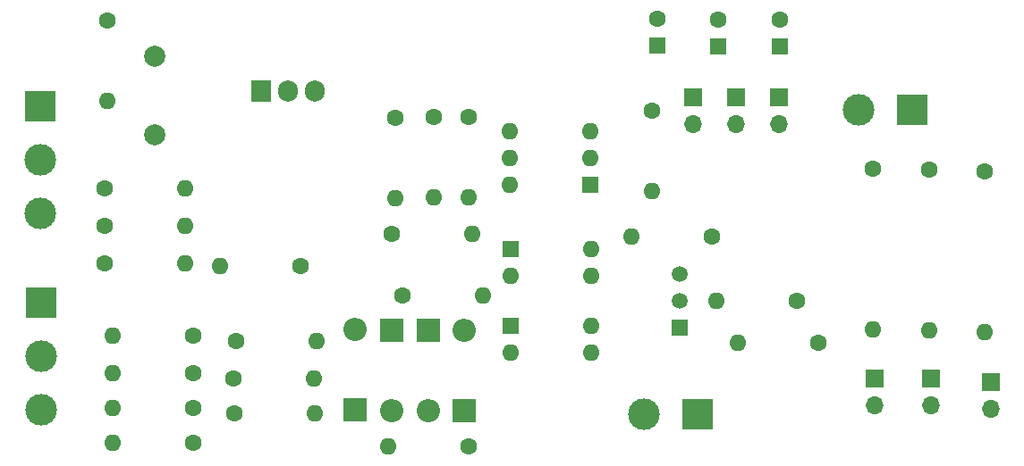
<source format=gbr>
%TF.GenerationSoftware,KiCad,Pcbnew,7.0.11+dfsg-1build4*%
%TF.CreationDate,2025-03-25T21:42:18-05:00*%
%TF.ProjectId,TriacControl,54726961-6343-46f6-9e74-726f6c2e6b69,rev?*%
%TF.SameCoordinates,Original*%
%TF.FileFunction,Copper,L2,Bot*%
%TF.FilePolarity,Positive*%
%FSLAX46Y46*%
G04 Gerber Fmt 4.6, Leading zero omitted, Abs format (unit mm)*
G04 Created by KiCad (PCBNEW 7.0.11+dfsg-1build4) date 2025-03-25 21:42:18*
%MOMM*%
%LPD*%
G01*
G04 APERTURE LIST*
%TA.AperFunction,ComponentPad*%
%ADD10R,2.200000X2.200000*%
%TD*%
%TA.AperFunction,ComponentPad*%
%ADD11O,2.200000X2.200000*%
%TD*%
%TA.AperFunction,ComponentPad*%
%ADD12C,2.000000*%
%TD*%
%TA.AperFunction,ComponentPad*%
%ADD13R,1.600000X1.600000*%
%TD*%
%TA.AperFunction,ComponentPad*%
%ADD14C,1.600000*%
%TD*%
%TA.AperFunction,ComponentPad*%
%ADD15R,3.000000X3.000000*%
%TD*%
%TA.AperFunction,ComponentPad*%
%ADD16C,3.000000*%
%TD*%
%TA.AperFunction,ComponentPad*%
%ADD17O,1.600000X1.600000*%
%TD*%
%TA.AperFunction,ComponentPad*%
%ADD18R,1.700000X1.700000*%
%TD*%
%TA.AperFunction,ComponentPad*%
%ADD19O,1.700000X1.700000*%
%TD*%
%TA.AperFunction,ComponentPad*%
%ADD20R,1.905000X2.000000*%
%TD*%
%TA.AperFunction,ComponentPad*%
%ADD21O,1.905000X2.000000*%
%TD*%
%TA.AperFunction,ComponentPad*%
%ADD22R,1.500000X1.500000*%
%TD*%
%TA.AperFunction,ComponentPad*%
%ADD23C,1.500000*%
%TD*%
G04 APERTURE END LIST*
D10*
%TO.P,D4,1,K*%
%TO.N,Net-(D2-A)*%
X87750000Y-90600000D03*
D11*
%TO.P,D4,2,A*%
%TO.N,Net-(D3-A)*%
X87750000Y-82980000D03*
%TD*%
D12*
%TO.P,C1,1*%
%TO.N,Net-(J1-Pin_1)*%
X68820000Y-57060000D03*
%TO.P,C1,2*%
%TO.N,Net-(C1-Pad2)*%
X68820000Y-64560000D03*
%TD*%
D13*
%TO.P,C3,1*%
%TO.N,Net-(JP6-A)*%
X122150000Y-56100000D03*
D14*
%TO.P,C3,2*%
%TO.N,GND2*%
X122150000Y-53600000D03*
%TD*%
D15*
%TO.P,J1,1,Pin_1*%
%TO.N,Net-(J1-Pin_1)*%
X57950000Y-61850000D03*
D16*
%TO.P,J1,2,Pin_2*%
%TO.N,unconnected-(J1-Pin_2-Pad2)*%
X57950000Y-66930000D03*
%TO.P,J1,3,Pin_3*%
%TO.N,Net-(J1-Pin_3)*%
X57950000Y-72010000D03*
%TD*%
D14*
%TO.P,R18,1*%
%TO.N,Net-(J4-Pin_1)*%
X142150000Y-67830000D03*
D17*
%TO.P,R18,2*%
%TO.N,Net-(JP2-A)*%
X142150000Y-83070000D03*
%TD*%
D13*
%TO.P,C4,1*%
%TO.N,Net-(JP7-A)*%
X128000000Y-56100000D03*
D14*
%TO.P,C4,2*%
%TO.N,GND2*%
X128000000Y-53600000D03*
%TD*%
%TO.P,R17,1*%
%TO.N,Net-(J4-Pin_1)*%
X147400000Y-68000000D03*
D17*
%TO.P,R17,2*%
%TO.N,Net-(JP1-A)*%
X147400000Y-83240000D03*
%TD*%
D14*
%TO.P,R1,1*%
%TO.N,Net-(R1-Pad1)*%
X82550000Y-76962000D03*
D17*
%TO.P,R1,2*%
%TO.N,Net-(J1-Pin_1)*%
X74930000Y-76962000D03*
%TD*%
D14*
%TO.P,R6,1*%
%TO.N,Net-(R5-Pad2)*%
X72390000Y-90424000D03*
D17*
%TO.P,R6,2*%
%TO.N,Net-(R6-Pad2)*%
X64770000Y-90424000D03*
%TD*%
D14*
%TO.P,R27,1*%
%TO.N,Net-(D1-A)*%
X98470000Y-94080000D03*
D17*
%TO.P,R27,2*%
%TO.N,Net-(D2-A)*%
X90850000Y-94080000D03*
%TD*%
D14*
%TO.P,R23,1*%
%TO.N,Net-(JP1-B)*%
X115850000Y-62200000D03*
D17*
%TO.P,R23,2*%
%TO.N,Net-(R23-Pad2)*%
X115850000Y-69820000D03*
%TD*%
D14*
%TO.P,R7,1*%
%TO.N,Net-(R6-Pad2)*%
X72390000Y-87122000D03*
D17*
%TO.P,R7,2*%
%TO.N,Net-(R7-Pad2)*%
X64770000Y-87122000D03*
%TD*%
D14*
%TO.P,R22,1*%
%TO.N,Net-(D1-K)*%
X91200000Y-73950000D03*
D17*
%TO.P,R22,2*%
%TO.N,Net-(R22-Pad2)*%
X98820000Y-73950000D03*
%TD*%
D14*
%TO.P,R16,1*%
%TO.N,Net-(R16-Pad1)*%
X64262000Y-53680000D03*
D17*
%TO.P,R16,2*%
%TO.N,Net-(C1-Pad2)*%
X64262000Y-61300000D03*
%TD*%
D18*
%TO.P,JP6,1,A*%
%TO.N,Net-(JP6-A)*%
X123800000Y-60950000D03*
D19*
%TO.P,JP6,2,B*%
%TO.N,Net-(JP1-B)*%
X123800000Y-63490000D03*
%TD*%
D14*
%TO.P,R24,1*%
%TO.N,Net-(JP1-B)*%
X131570000Y-84250000D03*
D17*
%TO.P,R24,2*%
%TO.N,Net-(Q2-E)*%
X123950000Y-84250000D03*
%TD*%
D13*
%TO.P,C2,1*%
%TO.N,Net-(JP5-A)*%
X116350000Y-56050000D03*
D14*
%TO.P,C2,2*%
%TO.N,GND2*%
X116350000Y-53550000D03*
%TD*%
%TO.P,R21,1*%
%TO.N,Net-(D1-K)*%
X92250000Y-79800000D03*
D17*
%TO.P,R21,2*%
%TO.N,Net-(R21-Pad2)*%
X99870000Y-79800000D03*
%TD*%
D18*
%TO.P,JP2,1,A*%
%TO.N,Net-(JP2-A)*%
X142320000Y-87650000D03*
D19*
%TO.P,JP2,2,B*%
%TO.N,Net-(JP1-B)*%
X142320000Y-90190000D03*
%TD*%
D18*
%TO.P,JP5,1,A*%
%TO.N,Net-(JP5-A)*%
X119750000Y-61000000D03*
D19*
%TO.P,JP5,2,B*%
%TO.N,Net-(JP1-B)*%
X119750000Y-63540000D03*
%TD*%
D15*
%TO.P,J2,1,Pin_1*%
%TO.N,Net-(J2-Pin_1)*%
X58000000Y-80400000D03*
D16*
%TO.P,J2,2,Pin_2*%
%TO.N,unconnected-(J2-Pin_2-Pad2)*%
X58000000Y-85480000D03*
%TO.P,J2,3,Pin_3*%
%TO.N,Net-(J1-Pin_3)*%
X58000000Y-90560000D03*
%TD*%
D15*
%TO.P,J4,1,Pin_1*%
%TO.N,Net-(J4-Pin_1)*%
X140520000Y-62110000D03*
D16*
%TO.P,J4,2,Pin_2*%
%TO.N,GND2*%
X135440000Y-62110000D03*
%TD*%
D18*
%TO.P,JP7,1,A*%
%TO.N,Net-(JP7-A)*%
X127850000Y-60950000D03*
D19*
%TO.P,JP7,2,B*%
%TO.N,Net-(JP1-B)*%
X127850000Y-63490000D03*
%TD*%
D14*
%TO.P,R4,1*%
%TO.N,Net-(D2-A)*%
X76290000Y-90932000D03*
D17*
%TO.P,R4,2*%
%TO.N,Net-(R3-Pad1)*%
X83910000Y-90932000D03*
%TD*%
D14*
%TO.P,R14,1*%
%TO.N,Net-(J1-Pin_1)*%
X95170000Y-62870000D03*
D17*
%TO.P,R14,2*%
%TO.N,Net-(Q1-G)*%
X95170000Y-70490000D03*
%TD*%
D14*
%TO.P,R3,1*%
%TO.N,Net-(R3-Pad1)*%
X76280000Y-87630000D03*
D17*
%TO.P,R3,2*%
%TO.N,Net-(R2-Pad1)*%
X83900000Y-87630000D03*
%TD*%
D14*
%TO.P,R26,1*%
%TO.N,GND2*%
X129600000Y-80250000D03*
D17*
%TO.P,R26,2*%
%TO.N,Net-(Q2-B)*%
X121980000Y-80250000D03*
%TD*%
D14*
%TO.P,R25,1*%
%TO.N,Net-(Q2-E)*%
X121550000Y-74200000D03*
D17*
%TO.P,R25,2*%
%TO.N,Net-(R25-Pad2)*%
X113930000Y-74200000D03*
%TD*%
D14*
%TO.P,R13,1*%
%TO.N,Net-(J1-Pin_1)*%
X98480000Y-62870000D03*
D17*
%TO.P,R13,2*%
%TO.N,Net-(Q1-G)*%
X98480000Y-70490000D03*
%TD*%
D14*
%TO.P,R9,1*%
%TO.N,Net-(C1-Pad2)*%
X64008000Y-76708000D03*
D17*
%TO.P,R9,2*%
%TO.N,Net-(J2-Pin_1)*%
X71628000Y-76708000D03*
%TD*%
D14*
%TO.P,R15,1*%
%TO.N,Net-(J1-Pin_1)*%
X91540000Y-62940000D03*
D17*
%TO.P,R15,2*%
%TO.N,Net-(Q1-G)*%
X91540000Y-70560000D03*
%TD*%
D20*
%TO.P,Q1,1,A1*%
%TO.N,Net-(J1-Pin_1)*%
X78880000Y-60380000D03*
D21*
%TO.P,Q1,2,A2*%
%TO.N,Net-(J2-Pin_1)*%
X81420000Y-60380000D03*
%TO.P,Q1,3,G*%
%TO.N,Net-(Q1-G)*%
X83960000Y-60380000D03*
%TD*%
D13*
%TO.P,U3,1*%
%TO.N,Net-(R22-Pad2)*%
X102450000Y-75400000D03*
D17*
%TO.P,U3,2*%
%TO.N,Net-(D3-A)*%
X102450000Y-77940000D03*
%TO.P,U3,3*%
%TO.N,Net-(Q2-B)*%
X110070000Y-77940000D03*
%TO.P,U3,4*%
%TO.N,Net-(R25-Pad2)*%
X110070000Y-75400000D03*
%TD*%
D14*
%TO.P,R8,1*%
%TO.N,Net-(R7-Pad2)*%
X72390000Y-83566000D03*
D17*
%TO.P,R8,2*%
%TO.N,Net-(J1-Pin_3)*%
X64770000Y-83566000D03*
%TD*%
D18*
%TO.P,JP1,1,A*%
%TO.N,Net-(JP1-A)*%
X147960000Y-87960000D03*
D19*
%TO.P,JP1,2,B*%
%TO.N,Net-(JP1-B)*%
X147960000Y-90500000D03*
%TD*%
D13*
%TO.P,U1,1*%
%TO.N,Net-(R23-Pad2)*%
X110050000Y-69250000D03*
D17*
%TO.P,U1,2*%
%TO.N,GND2*%
X110050000Y-66710000D03*
%TO.P,U1,3,NC*%
%TO.N,unconnected-(U1-NC-Pad3)*%
X110050000Y-64170000D03*
%TO.P,U1,4*%
%TO.N,Net-(R16-Pad1)*%
X102430000Y-64170000D03*
%TO.P,U1,5,NC*%
%TO.N,unconnected-(U1-NC-Pad5)*%
X102430000Y-66710000D03*
%TO.P,U1,6*%
%TO.N,Net-(Q1-G)*%
X102430000Y-69250000D03*
%TD*%
D10*
%TO.P,D2,1,K*%
%TO.N,Net-(D1-K)*%
X91200000Y-83050000D03*
D11*
%TO.P,D2,2,A*%
%TO.N,Net-(D2-A)*%
X91200000Y-90670000D03*
%TD*%
%TO.P,D3,2,A*%
%TO.N,Net-(D3-A)*%
X98050000Y-83080000D03*
D10*
%TO.P,D3,1,K*%
%TO.N,Net-(D1-A)*%
X98050000Y-90700000D03*
%TD*%
D13*
%TO.P,U2,1*%
%TO.N,Net-(R21-Pad2)*%
X102500000Y-82650000D03*
D17*
%TO.P,U2,2*%
%TO.N,Net-(D3-A)*%
X102500000Y-85190000D03*
%TO.P,U2,3*%
%TO.N,GND*%
X110120000Y-85190000D03*
%TO.P,U2,4*%
%TO.N,Net-(J3-Pin_1)*%
X110120000Y-82650000D03*
%TD*%
D14*
%TO.P,R5,1*%
%TO.N,Net-(D1-A)*%
X72390000Y-93726000D03*
D17*
%TO.P,R5,2*%
%TO.N,Net-(R5-Pad2)*%
X64770000Y-93726000D03*
%TD*%
D10*
%TO.P,D1,1,K*%
%TO.N,Net-(D1-K)*%
X94700000Y-83050000D03*
D11*
%TO.P,D1,2,A*%
%TO.N,Net-(D1-A)*%
X94700000Y-90670000D03*
%TD*%
D18*
%TO.P,JP3,1,A*%
%TO.N,Net-(JP3-A)*%
X136910000Y-87650000D03*
D19*
%TO.P,JP3,2,B*%
%TO.N,Net-(JP1-B)*%
X136910000Y-90190000D03*
%TD*%
D14*
%TO.P,R2,1*%
%TO.N,Net-(R2-Pad1)*%
X76454000Y-84074000D03*
D17*
%TO.P,R2,2*%
%TO.N,Net-(R1-Pad1)*%
X84074000Y-84074000D03*
%TD*%
D22*
%TO.P,Q2,1,E*%
%TO.N,Net-(Q2-E)*%
X118450000Y-82850000D03*
D23*
%TO.P,Q2,2,B*%
%TO.N,Net-(Q2-B)*%
X118450000Y-80310000D03*
%TO.P,Q2,3,C*%
%TO.N,GND2*%
X118450000Y-77770000D03*
%TD*%
D15*
%TO.P,J3,1,Pin_1*%
%TO.N,Net-(J3-Pin_1)*%
X120210000Y-91020000D03*
D16*
%TO.P,J3,2,Pin_2*%
%TO.N,GND*%
X115130000Y-91020000D03*
%TD*%
D14*
%TO.P,R19,1*%
%TO.N,Net-(J4-Pin_1)*%
X136740000Y-67780000D03*
D17*
%TO.P,R19,2*%
%TO.N,Net-(JP3-A)*%
X136740000Y-83020000D03*
%TD*%
D14*
%TO.P,R11,1*%
%TO.N,Net-(C1-Pad2)*%
X64008000Y-69596000D03*
D17*
%TO.P,R11,2*%
%TO.N,Net-(J2-Pin_1)*%
X71628000Y-69596000D03*
%TD*%
D14*
%TO.P,R10,1*%
%TO.N,Net-(C1-Pad2)*%
X64008000Y-73152000D03*
D17*
%TO.P,R10,2*%
%TO.N,Net-(J2-Pin_1)*%
X71628000Y-73152000D03*
%TD*%
M02*

</source>
